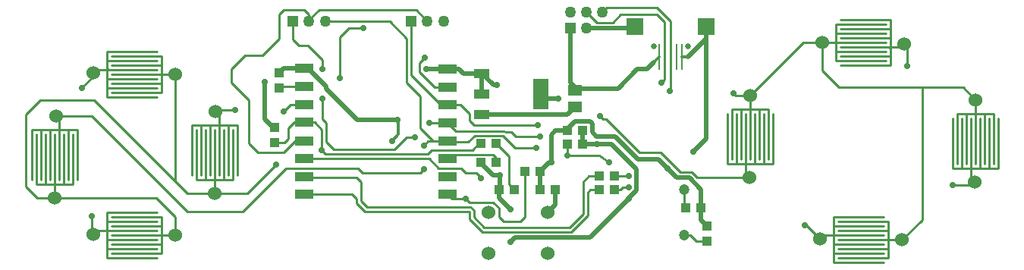
<source format=gtl>
%FSLAX25Y25*%
%MOIN*%
G70*
G01*
G75*
G04 Layer_Physical_Order=1*
G04 Layer_Color=255*
%ADD10C,0.05000*%
%ADD11R,0.03937X0.04331*%
%ADD12R,0.04331X0.03937*%
%ADD13R,0.07874X0.03937*%
%ADD14R,0.00984X0.11811*%
%ADD15R,0.07480X0.07480*%
%ADD16R,0.06890X0.04331*%
%ADD17R,0.06890X0.04331*%
%ADD18R,0.06890X0.13583*%
%ADD19R,0.05906X0.05118*%
%ADD20C,0.06000*%
%ADD21C,0.01969*%
%ADD22C,0.01000*%
%ADD23C,0.01181*%
%ADD24R,0.05000X0.04724*%
%ADD25C,0.02500*%
%ADD26R,0.05000X0.05000*%
%ADD27C,0.04724*%
%ADD28C,0.02756*%
D10*
X358000Y350000D02*
D03*
X365000Y343000D02*
D03*
X372000Y350000D02*
D03*
X365000D02*
D03*
X250173Y346000D02*
D03*
X243087D02*
D03*
X295087D02*
D03*
X302173D02*
D03*
D11*
X230000Y323346D02*
D03*
Y316654D02*
D03*
X228000Y299346D02*
D03*
Y292654D02*
D03*
X418000Y249307D02*
D03*
Y256000D02*
D03*
D12*
X377346Y278000D02*
D03*
X370654D02*
D03*
X377346Y272000D02*
D03*
X370654D02*
D03*
X318588Y292251D02*
D03*
X325281D02*
D03*
X344654Y272000D02*
D03*
X351346D02*
D03*
X333346D02*
D03*
X326654D02*
D03*
X363346Y298000D02*
D03*
X356654D02*
D03*
Y292000D02*
D03*
X363346D02*
D03*
X337912Y280000D02*
D03*
X344605D02*
D03*
X325346Y284000D02*
D03*
X318654D02*
D03*
X408654Y264000D02*
D03*
X415346D02*
D03*
D13*
X304000Y317165D02*
D03*
Y309331D02*
D03*
Y301417D02*
D03*
Y293386D02*
D03*
Y285630D02*
D03*
Y277756D02*
D03*
Y270000D02*
D03*
X241008Y269882D02*
D03*
Y277677D02*
D03*
Y285630D02*
D03*
Y293425D02*
D03*
Y301535D02*
D03*
Y309488D02*
D03*
Y317205D02*
D03*
Y325236D02*
D03*
X304000Y325079D02*
D03*
D14*
X407118Y330315D02*
D03*
X404559D02*
D03*
X402000D02*
D03*
X399441D02*
D03*
X396882D02*
D03*
D15*
X417551Y343535D02*
D03*
X386449D02*
D03*
D16*
X319106Y323055D02*
D03*
D17*
Y314000D02*
D03*
Y304945D02*
D03*
D18*
X344894Y314000D02*
D03*
D19*
X360000Y308260D02*
D03*
Y315740D02*
D03*
D20*
X503720Y250000D02*
D03*
X467720Y250500D02*
D03*
X535500Y275500D02*
D03*
X536000Y311500D02*
D03*
X437008Y313500D02*
D03*
X436508Y277500D02*
D03*
X504500Y336114D02*
D03*
X468500Y336614D02*
D03*
X184350Y251969D02*
D03*
X148350Y252469D02*
D03*
X131850Y304500D02*
D03*
X131350Y268500D02*
D03*
X201575Y270500D02*
D03*
X202075Y306500D02*
D03*
X148350Y323335D02*
D03*
X184350Y322835D02*
D03*
X322016Y244087D02*
D03*
Y262000D02*
D03*
X348000D02*
D03*
Y244087D02*
D03*
D21*
X347000Y312000D02*
X352500D01*
X346894D02*
X347000D01*
X344894Y314000D02*
X346894Y312000D01*
X356685Y304945D02*
X360000Y308260D01*
X319106Y304945D02*
X356685D01*
X358760Y316500D02*
X359591Y317331D01*
X358000Y318921D02*
X359591Y317331D01*
X358000Y318921D02*
Y343000D01*
X417551Y294354D02*
Y338366D01*
X412000Y288803D02*
X417551Y294354D01*
X385913Y343000D02*
X386449Y343535D01*
X365000Y343000D02*
X385913D01*
X230000Y323346D02*
X231890Y325236D01*
X241008D01*
X223500Y303000D02*
X227154Y299346D01*
X228000D01*
X223500Y303000D02*
Y319500D01*
X242764Y325236D02*
X250500Y317500D01*
Y316424D02*
Y317500D01*
Y316424D02*
X264182Y302742D01*
X241008Y325236D02*
X242764D01*
X264182Y302742D02*
X282000D01*
X410186Y277314D02*
X415346Y272154D01*
X404686Y277314D02*
X410186D01*
X396500Y285500D02*
X400500Y281500D01*
X387583Y285500D02*
X396500D01*
X400500Y281500D02*
X404686Y277314D01*
X415346Y258654D02*
X418000Y256000D01*
X415346Y258654D02*
Y264000D01*
Y272154D01*
X417551Y338366D02*
Y343535D01*
X409500Y330315D02*
X417551Y338366D01*
X326654Y268346D02*
X331500Y263500D01*
X326654Y268346D02*
Y272000D01*
X366516Y251016D02*
X383500Y268000D01*
X331500Y249000D02*
X333516Y251016D01*
X366516D01*
X348000Y262000D02*
X351346Y265346D01*
Y272000D01*
X344605Y272049D02*
Y280000D01*
X349500Y296154D02*
X351346Y298000D01*
X349500Y284000D02*
Y296154D01*
X326654Y272000D02*
X327000Y272346D01*
Y278500D01*
X323906D02*
X327000D01*
X318654Y283753D02*
X323906Y278500D01*
X318654Y283753D02*
Y284000D01*
X377583Y295500D02*
X387583Y285500D01*
X369362Y295500D02*
X377583D01*
X367500Y297362D02*
X369362Y295500D01*
X367500Y297362D02*
Y301000D01*
X366547Y301953D02*
X367500Y301000D01*
X359953Y301953D02*
X366547D01*
X356654Y298654D02*
X359953Y301953D01*
X356654Y298000D02*
Y298654D01*
X351346Y298000D02*
X356654D01*
X344605Y280000D02*
X348605Y284000D01*
X349500D01*
X294579Y325079D02*
X304000D01*
X324161Y318000D02*
X325500D01*
X319106Y323055D02*
X324161Y318000D01*
X304000Y325079D02*
X308921D01*
X310945Y323055D01*
X319106D01*
Y314000D02*
Y323055D01*
X363346Y292000D02*
Y298000D01*
X369500Y292000D02*
X376030D01*
X363346D02*
X369500D01*
X376030D02*
X386862Y281168D01*
Y271607D02*
Y281168D01*
X383500Y268245D02*
X386862Y271607D01*
X383500Y268000D02*
Y268245D01*
X391567Y325000D02*
X394567Y328000D01*
X387362Y325000D02*
X391567D01*
X378862Y316500D02*
X387362Y325000D01*
X358760Y316500D02*
X378862D01*
D22*
X401750Y315250D02*
X402000Y315500D01*
X399441Y330315D02*
Y345559D01*
X396000Y349000D02*
X399441Y345559D01*
X380000Y349000D02*
X396000D01*
X376500Y345500D02*
X380000Y349000D01*
X374000Y352000D02*
X396000D01*
X372000Y350000D02*
X374000Y352000D01*
X369500Y345500D02*
X376500D01*
X365000Y350000D02*
X369500Y345500D01*
X402000Y330315D02*
Y346000D01*
X396000Y352000D02*
X402000Y346000D01*
X148350Y321850D02*
Y323335D01*
X143335Y316835D02*
X148350Y321850D01*
X230000Y316654D02*
X230551Y317205D01*
X230000Y338342D02*
Y349000D01*
X222658Y331000D02*
X230000Y338342D01*
X215000Y331000D02*
X222658D01*
X201575Y270500D02*
X216000D01*
X228500Y283000D01*
X232000Y306500D02*
X234988Y309488D01*
X241008D01*
X228000Y292654D02*
X232154D01*
X234000Y294500D01*
Y299000D01*
X236535Y301535D01*
X241008D01*
X236925Y293425D02*
X241008D01*
X231925Y288425D02*
X236925Y293425D01*
X220575Y288425D02*
X231925D01*
X216500Y292500D02*
X220575Y288425D01*
X216500Y292500D02*
Y311500D01*
X131350Y268500D02*
X176000D01*
X123500D02*
X131350D01*
X176000D02*
X184350Y260150D01*
Y251969D02*
Y260150D01*
X118500Y273500D02*
X123500Y268500D01*
X118500Y273500D02*
Y305000D01*
X125000Y311500D01*
X148500D01*
X184350Y275650D01*
X189500Y270500D02*
X201575D01*
X184350Y275650D02*
X189500Y270500D01*
X184350Y275650D02*
Y322835D01*
X131850Y304500D02*
X147500D01*
X189500Y262500D01*
X214000D01*
X233000Y281500D01*
X264500D01*
X266627Y279373D01*
X291873D01*
X293500Y281000D01*
Y291500D02*
X295386Y293386D01*
X297614D01*
X286000Y295000D02*
X289500D01*
X280630Y289630D02*
X286000Y295000D01*
X253870Y289630D02*
X280630D01*
X243087Y346587D02*
X247500Y351000D01*
X243087Y346587D02*
Y348913D01*
Y346000D02*
Y346587D01*
X241000Y351000D02*
X243087Y348913D01*
X232000Y351000D02*
X241000D01*
X230000Y349000D02*
X232000Y351000D01*
X209000Y325000D02*
X215000Y331000D01*
X209000Y319000D02*
Y325000D01*
Y319000D02*
X216500Y311500D01*
X230551Y317205D02*
X241008D01*
X202075Y306500D02*
X202575Y307000D01*
X210500D01*
X260500Y343000D02*
X267000D01*
X256500Y339000D02*
X260500Y343000D01*
X256500Y321000D02*
Y339000D01*
X236000Y338000D02*
Y346000D01*
Y338000D02*
X238500Y335500D01*
X242500D01*
X249000Y329000D01*
Y325000D02*
Y329000D01*
X147500Y253319D02*
X148350Y252469D01*
X147500Y253319D02*
Y260500D01*
X249000Y303000D02*
Y312000D01*
Y303000D02*
X250500Y301500D01*
Y293000D02*
Y301500D01*
Y293000D02*
X253870Y289630D01*
X296083Y301417D02*
X304000D01*
X297614Y293386D02*
X304000D01*
X292000Y299000D02*
X297614Y293386D01*
X292000Y299000D02*
Y313000D01*
X286000Y319000D02*
X292000Y313000D01*
X248500Y289500D02*
Y298500D01*
X245465Y301535D02*
X248500Y298500D01*
X241008Y301535D02*
X245465D01*
X248500Y289500D02*
X250370Y287630D01*
X295130D01*
X297000Y289500D01*
X288000Y322447D02*
Y346000D01*
Y322447D02*
X301116Y309331D01*
X291622Y323808D02*
X298265Y317165D01*
X291622Y323808D02*
Y327622D01*
X294000Y330000D01*
X297000Y289500D02*
X315000D01*
X317751Y292251D01*
X318588D01*
X286000Y319000D02*
Y338500D01*
X278500Y346000D02*
X286000Y338500D01*
X250173Y346000D02*
X278500D01*
X247500Y351000D02*
X290121D01*
X295087Y346035D01*
Y346000D02*
Y346035D01*
X301116Y309331D02*
X304000D01*
X402000Y315500D02*
Y330315D01*
X411215Y279799D02*
X413513Y277500D01*
X406201Y279799D02*
X411215D01*
X403378Y282622D02*
X406201Y279799D01*
X397570Y288500D02*
X403378Y282692D01*
X388213Y288500D02*
X397570D01*
X403378Y282622D02*
Y282692D01*
X413513Y277500D02*
X436508D01*
X408000Y264654D02*
Y272000D01*
Y264654D02*
X408654Y264000D01*
X413193Y249307D02*
X418000D01*
X410500Y252000D02*
X413193Y249307D01*
X408000Y252000D02*
X410500D01*
X316500Y279500D02*
X318500Y277500D01*
X312000Y279500D02*
X316500D01*
X318500Y277000D02*
Y277500D01*
X371000Y304500D02*
X372394Y303106D01*
X373606D01*
X388213Y288500D01*
X334000Y295500D02*
X344500D01*
X332000Y297500D02*
X334000Y295500D01*
X329328Y297500D02*
X332000D01*
X307698Y297720D02*
X329109D01*
X304000Y301417D02*
X307698Y297720D01*
X534000Y274000D02*
X535500Y275500D01*
X526000Y274000D02*
X534000D01*
X315500Y300500D02*
X343500D01*
X313500Y302500D02*
X315500Y300500D01*
X313500Y302500D02*
Y305500D01*
X309669Y309331D02*
X313500Y305500D01*
X304000Y309331D02*
X309669D01*
X336000Y258000D02*
X337912Y259912D01*
X328604Y258000D02*
X336000D01*
X326500Y260104D02*
X328604Y258000D01*
X326516Y260120D02*
Y263984D01*
X324000Y266500D02*
X326516Y263984D01*
X326500Y260104D02*
X326516Y260120D01*
X313500Y266500D02*
X324000D01*
X264000Y266172D02*
X267672Y262500D01*
X266000Y267000D02*
X268500Y264500D01*
X314117D01*
X267672Y262500D02*
X313288D01*
X313500Y262288D01*
X314117Y264500D02*
X315500Y263117D01*
X312000Y268000D02*
X313500Y266500D01*
Y259172D02*
Y262288D01*
X357500Y255500D02*
X363500Y261500D01*
X320000Y255500D02*
X357500D01*
X315500Y260000D02*
X320000Y255500D01*
X358328Y253500D02*
X365500Y260672D01*
X319172Y253500D02*
X358328D01*
X313500Y259172D02*
X319172Y253500D01*
X429500Y314500D02*
X430500Y313500D01*
X437008D01*
X310000Y281500D02*
X312000Y279500D01*
X300000Y281500D02*
X310000D01*
X295870Y285630D02*
X300000Y281500D01*
X304000Y285630D02*
X305838Y287469D01*
X324031D01*
X325346Y286154D01*
Y284000D02*
Y286154D01*
X241008Y285630D02*
X295870D01*
X503720Y250000D02*
X512500Y258780D01*
Y317000D01*
X530500D01*
X476000D02*
X512500D01*
X530500D02*
X536000Y311500D01*
X468500Y324500D02*
X476000Y317000D01*
X468500Y324500D02*
Y336614D01*
X460122D02*
X468500D01*
X437008Y313500D02*
X460122Y336614D01*
X506000Y326500D02*
Y334614D01*
X504500Y336114D02*
X506000Y334614D01*
X298265Y317165D02*
X304000D01*
X461720Y256500D02*
X467720Y250500D01*
X461000Y256500D02*
X461720D01*
X370500Y287000D02*
X375000Y284000D01*
X356500Y287000D02*
X370500D01*
X356500D02*
Y291846D01*
X304386Y293000D02*
X313082D01*
X333500Y290500D02*
X343000D01*
X328280Y295720D02*
X333500Y290500D01*
X315802Y295720D02*
X328280D01*
X313082Y293000D02*
X315802Y295720D01*
X304000Y293386D02*
X304386Y293000D01*
X241126Y270000D02*
X262000D01*
X264000Y268000D01*
Y266172D02*
Y268000D01*
X365500Y260672D02*
Y270721D01*
X366779Y272000D01*
X370654D01*
X241185Y277500D02*
X264000D01*
X266000Y275500D01*
Y267000D02*
Y275500D01*
X315500Y260000D02*
Y263117D01*
X363500Y261500D02*
Y275500D01*
X366000Y278000D01*
X370654D01*
X377346Y272000D02*
X380000D01*
X381000Y273000D01*
X383500D01*
X377346Y278000D02*
X383500D01*
X306000Y268000D02*
X312000D01*
X337912Y259912D02*
Y280000D01*
X304000Y270000D02*
X306000Y268000D01*
X331000Y274346D02*
X333346Y272000D01*
X331000Y274346D02*
Y286532D01*
X325281Y292251D02*
X331000Y286532D01*
X408000Y272000D02*
Y272500D01*
X398000Y319000D02*
X399441Y320441D01*
Y330315D01*
X473720Y244000D02*
Y251500D01*
Y252500D02*
Y256000D01*
X474220Y252000D02*
X495720D01*
X475720Y242000D02*
X495220D01*
X474220Y248000D02*
X495720D01*
X495220Y242000D02*
X497720D01*
X473720Y256000D02*
X495720D01*
X475720Y258000D02*
X497720D01*
X475720Y254000D02*
X497720D01*
Y258000D01*
X473720Y240000D02*
X495720D01*
X473720Y256000D02*
Y260000D01*
X495720D01*
X526000Y281500D02*
Y303500D01*
Y281500D02*
X530000D01*
X546000D02*
Y303500D01*
X528000Y305500D02*
X532000D01*
Y283500D02*
Y305500D01*
X528000Y283500D02*
Y305500D01*
X530000Y281500D02*
Y303500D01*
X544000Y303000D02*
Y305500D01*
X538000Y282000D02*
Y303500D01*
X544000Y283500D02*
Y303000D01*
X534000Y282000D02*
Y303500D01*
X530000Y281500D02*
X533500D01*
X534500D02*
X542000D01*
X435508Y283500D02*
X443008D01*
X431008D02*
X434508D01*
X435008Y284000D02*
Y305500D01*
X445008Y285500D02*
Y305000D01*
X439008Y284000D02*
Y305500D01*
X445008Y305000D02*
Y307500D01*
X431008Y283500D02*
Y305500D01*
X429008Y285500D02*
Y307500D01*
X433008Y285500D02*
Y307500D01*
X429008D02*
X433008D01*
X447008Y283500D02*
Y305500D01*
X427008Y283500D02*
X431008D01*
X427008D02*
Y305500D01*
X476500Y326614D02*
X498500D01*
Y330614D01*
X476500Y346614D02*
X498500D01*
X474500Y328614D02*
Y332614D01*
X496500D01*
X474500Y328614D02*
X496500D01*
X476500Y330614D02*
X498500D01*
X474500Y344614D02*
X477000D01*
X476500Y338614D02*
X498000D01*
X477000Y344614D02*
X496500D01*
X476500Y334614D02*
X498000D01*
X498500Y330614D02*
Y334114D01*
Y335114D02*
Y342614D01*
X154350Y245969D02*
Y253469D01*
Y254469D02*
Y257969D01*
X154850Y253969D02*
X176350D01*
X156350Y243969D02*
X175850D01*
X154850Y249969D02*
X176350D01*
X175850Y243969D02*
X178350D01*
X154350Y257969D02*
X176350D01*
X156350Y259969D02*
X178350D01*
X156350Y255969D02*
X178350D01*
Y259969D01*
X154350Y241969D02*
X176350D01*
X154350Y257969D02*
Y261969D01*
X176350D01*
X141350Y276500D02*
Y298500D01*
X137350D02*
X141350D01*
X121350Y276500D02*
Y298500D01*
X135350Y274500D02*
X139350D01*
X135350D02*
Y296500D01*
X139350Y274500D02*
Y296500D01*
X137350Y276500D02*
Y298500D01*
X123350Y274500D02*
Y277000D01*
X129350Y276500D02*
Y298000D01*
X123350Y277000D02*
Y296500D01*
X133350Y276500D02*
Y298000D01*
X133850Y298500D02*
X137350D01*
X125350D02*
X132850D01*
X195575Y300500D02*
X203075D01*
X204075D02*
X207575D01*
X203575Y278500D02*
Y300000D01*
X193575Y279000D02*
Y298500D01*
X199575Y278500D02*
Y300000D01*
X193575Y276500D02*
Y279000D01*
X207575Y278500D02*
Y300500D01*
X209575Y276500D02*
Y298500D01*
X205575Y276500D02*
Y298500D01*
Y276500D02*
X209575D01*
X191575Y278500D02*
Y300500D01*
X207575D02*
X211575D01*
Y278500D02*
Y300500D01*
X154350Y332835D02*
X176350D01*
X154350Y328835D02*
Y332835D01*
Y312835D02*
X176350D01*
X178350Y326835D02*
Y330835D01*
X156350Y326835D02*
X178350D01*
X156350Y330835D02*
X178350D01*
X154350Y328835D02*
X176350D01*
X175850Y314835D02*
X178350D01*
X154850Y320835D02*
X176350D01*
X156350Y314835D02*
X175850D01*
X154850Y324835D02*
X176350D01*
X154350Y325335D02*
Y328835D01*
Y316835D02*
Y324335D01*
X125350Y276500D02*
Y298500D01*
X133350Y298000D02*
X133850Y298500D01*
X121350D02*
X125350D01*
X126350D01*
X131350D02*
X133350D01*
X133850D01*
X134850D01*
X473720Y250000D02*
Y252000D01*
Y252500D01*
Y253500D01*
Y244000D02*
X495720D01*
X473720Y240000D02*
Y244000D01*
Y245000D01*
Y252500D02*
X474220Y252000D01*
X437008Y307500D02*
Y313500D01*
X441008Y285500D02*
Y307500D01*
X433008D02*
X437008D01*
X441008D01*
X445008D01*
X437008Y285500D02*
Y307500D01*
X474500Y332614D02*
Y336614D01*
Y340614D01*
Y344614D01*
X468500Y336614D02*
X474500D01*
X496500D01*
X474500Y340614D02*
X496500D01*
X475720Y246000D02*
X497720D01*
Y242000D02*
Y246000D01*
Y250000D01*
Y254000D01*
X475720Y250000D02*
X497720D01*
X503720D01*
X536000Y283500D02*
Y305500D01*
X540000Y283500D02*
Y305500D01*
X532000D02*
X536000D01*
X540000D01*
X544000D01*
X536000D02*
Y311500D01*
X154350Y241969D02*
Y245969D01*
Y246969D01*
Y251969D02*
Y253969D01*
Y254469D01*
Y255469D01*
Y245969D02*
X176350D01*
X154350Y254469D02*
X154850Y253969D01*
X433508Y283500D02*
X434508D01*
X435008D01*
X437008D01*
X434508D02*
X435008Y284000D01*
X442008Y283500D02*
X443008D01*
X447008D01*
X443008D02*
Y305500D01*
X154350Y312835D02*
Y316835D01*
Y317835D01*
Y316835D02*
X176350D01*
X154350Y322835D02*
Y324835D01*
Y325335D01*
Y326335D01*
Y325335D02*
X154850Y324835D01*
X532500Y281500D02*
X533500D01*
X534000D01*
X536000D01*
X533500D02*
X534000Y282000D01*
X541000Y281500D02*
X542000D01*
X546000D01*
X542000D02*
Y303500D01*
X195575Y278500D02*
Y300500D01*
X203575Y300000D02*
X204075Y300500D01*
X191575D02*
X195575D01*
X196575D01*
X201575D02*
X203575D01*
X204075D01*
X205075D01*
X498000Y334614D02*
X498500Y334114D01*
Y333114D02*
Y334114D01*
Y334614D01*
Y336614D01*
X476500Y342614D02*
X498500D01*
Y341614D02*
Y342614D01*
Y346614D01*
X131350Y268500D02*
Y274500D01*
X127350D02*
Y296500D01*
X156350Y247969D02*
X178350D01*
X156350Y251969D02*
X178350D01*
X123350Y274500D02*
X127350D01*
X131350D01*
X135350D01*
X131350D02*
Y296500D01*
X156350Y318835D02*
X178350D01*
X156350Y322835D02*
X178350D01*
Y251969D02*
X184350D01*
X178350Y243969D02*
Y247969D01*
Y251969D01*
Y255969D01*
X201575Y270500D02*
Y276500D01*
X178350Y322835D02*
X184350D01*
X178350Y314835D02*
Y318835D01*
Y322835D01*
Y326835D01*
X193575Y276500D02*
X197575D01*
X201575D01*
X205575D01*
X197575D02*
Y298500D01*
X201575Y276500D02*
Y298500D01*
X133350D02*
Y304500D01*
X467720Y252000D02*
X473720D01*
X148350Y253969D02*
X154350D01*
X435008Y277500D02*
Y283500D01*
X148350Y324835D02*
X154350D01*
X534000Y275500D02*
Y281500D01*
X203575Y300500D02*
Y306500D01*
X498500Y334614D02*
X504500D01*
D23*
X282000Y302742D02*
X282237Y302505D01*
Y296237D02*
Y302505D01*
X279500Y293500D02*
X282237Y296237D01*
X407118Y330315D02*
X409500D01*
X394567Y328000D02*
X396882Y330315D01*
D24*
X358000Y343000D02*
D03*
D25*
X409480Y335071D02*
D03*
X394520D02*
D03*
D26*
X236000Y346000D02*
D03*
X288000D02*
D03*
D27*
X408000Y272000D02*
D03*
Y252000D02*
D03*
D28*
X352500Y312000D02*
D03*
X412000Y288803D02*
D03*
X401750Y315250D02*
D03*
X143335Y316835D02*
D03*
X228500Y283000D02*
D03*
X232000Y306500D02*
D03*
X293500Y281000D02*
D03*
Y291500D02*
D03*
X210500Y307000D02*
D03*
X267000Y343000D02*
D03*
X249000Y325000D02*
D03*
X256500Y321000D02*
D03*
X147500Y260500D02*
D03*
X282000Y302742D02*
D03*
X279500Y293500D02*
D03*
X249000Y312000D02*
D03*
X289500Y295000D02*
D03*
X296083Y301417D02*
D03*
X248500Y289500D02*
D03*
X223500Y319500D02*
D03*
X325500Y318000D02*
D03*
X371000Y304500D02*
D03*
X344500Y295500D02*
D03*
X526000Y274000D02*
D03*
X343500Y300500D02*
D03*
X331500Y263500D02*
D03*
Y249000D02*
D03*
X429500Y314500D02*
D03*
X318500Y277000D02*
D03*
X506000Y326500D02*
D03*
X294000Y330000D02*
D03*
X461000Y256500D02*
D03*
X375000Y284000D02*
D03*
X356500Y287000D02*
D03*
X343000Y290500D02*
D03*
X312000Y268000D02*
D03*
X327000Y278500D02*
D03*
X349500Y284000D02*
D03*
X294500Y325000D02*
D03*
X369500Y292000D02*
D03*
X383500Y278000D02*
D03*
Y273000D02*
D03*
Y268000D02*
D03*
X398000Y319000D02*
D03*
X400500Y281500D02*
D03*
M02*

</source>
